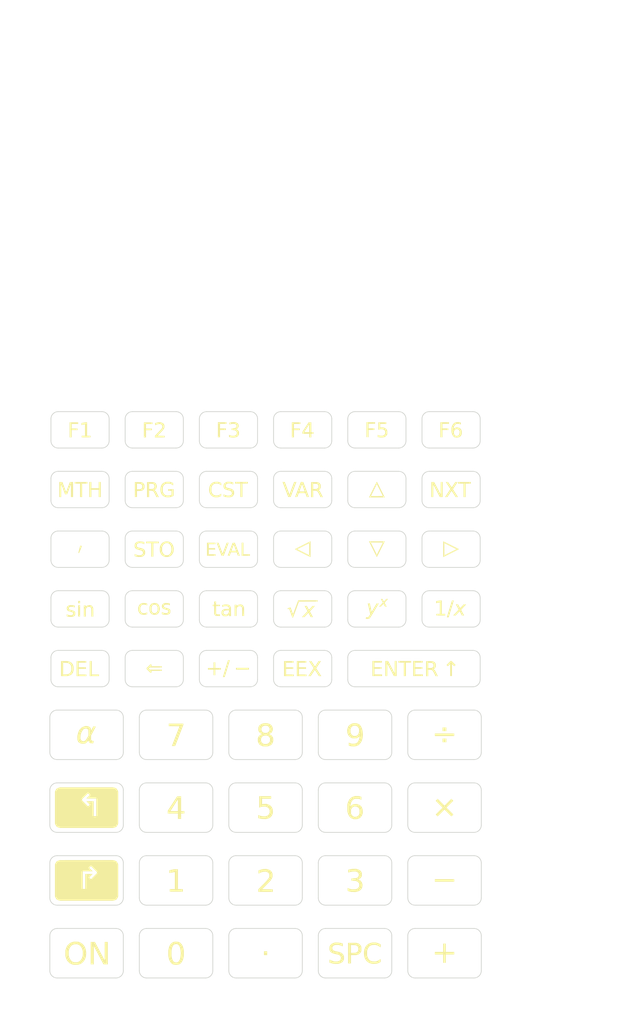
<source format=kicad_pcb>
(kicad_pcb (version 20241229) (generator "pcbnew") (generator_version "9.0")
  (layers (0 "F.Cu" signal) (2 "B.Cu" signal) (13 "F.Paste" user) (15 "B.Paste" user) (5 "F.SilkS" user "F.Silkscreen") (7 "B.SilkS" user "B.Silkscreen") (1 "F.Mask" user) (3 "B.Mask" user) (25 "Edge.Cuts" user))
  (net 0 "")
  (footprint "latex_text" (layer "F.Cu") (at 102 114)
    (property "Reference" "latex_text" (hide yes))
    (property "Value" "G***" (hide yes))
  )
  (footprint "latex_text" (layer "F.Cu") (at 81.6 130.4)
    (property "Reference" "latex_text" (hide yes))
    (property "Value" "G***" (hide yes))
  )
  (footprint "latex_text" (layer "F.Cu") (at 81.6 97.6)
    (property "Reference" "latex_text" (hide yes))
    (property "Value" "G***" (hide yes))
  )
  (footprint "latex_text" (layer "F.Cu") (at 102 97.6)
    (property "Reference" "latex_text" (hide yes))
    (property "Value" "G***" (hide yes))
  )
  (footprint "latex_text" (layer "F.Cu") (at 102 122.2)
    (property "Reference" "latex_text" (hide yes))
    (property "Value" "G***" (hide yes))
  )
  (footprint "latex_text" (layer "F.Cu") (at 64.2 169.5)
    (property "Reference" "latex_text" (hide yes))
    (property "Value" "G***" (hide yes))
  )
  (footprint "latex_text" (layer "F.Cu") (at 96.9 130.4)
    (property "Reference" "latex_text" (hide yes))
    (property "Value" "G***" (hide yes))
  )
  (footprint "latex_text" (layer "F.Cu") (at 51.9 139.5)
    (property "Reference" "latex_text" (hide yes))
    (property "Value" "G***" (hide yes))
  )
  (footprint "latex_text" (layer "F.Cu") (at 51 122.2)
    (property "Reference" "latex_text" (hide yes))
    (property "Value" "G***" (hide yes))
  )
  (footprint "latex_text" (layer "F.Cu") (at 61.2 105.8)
    (property "Reference" "latex_text" (hide yes))
    (property "Value" "G***" (hide yes))
  )
  (footprint "latex_text" (layer "F.Cu") (at 101.1 169.5)
    (property "Reference" "latex_text" (hide yes))
    (property "Value" "G***" (hide yes))
  )
  (footprint "latex_text" (layer "F.Cu") (at 71.4 105.8)
    (property "Reference" "latex_text" (hide yes))
    (property "Value" "G***" (hide yes))
  )
  (footprint "latex_text" (layer "F.Cu") (at 76.5 159.5)
    (property "Reference" "latex_text" (hide yes))
    (property "Value" "G***" (hide yes))
  )
  (footprint "latex_text" (layer "F.Cu") (at 64.2 139.5)
    (property "Reference" "latex_text" (hide yes))
    (property "Value" "G***" (hide yes))
  )
  (footprint "latex_text" (layer "F.Cu") (at 61.2 114)
    (property "Reference" "latex_text" (hide yes))
    (property "Value" "G***" (hide yes))
  )
  (footprint "latex_text" (layer "F.Cu") (at 61.2 97.6)
    (property "Reference" "latex_text" (hide yes))
    (property "Value" "G***" (hide yes))
  )
  (footprint "latex_text" (layer "F.Cu") (at 51.9 149.5)
    (property "Reference" "latex_text" (hide yes))
    (property "Value" "G***" (hide yes))
  )
  (footprint "latex_text" (layer "F.Cu") (at 91.8 105.8)
    (property "Reference" "latex_text" (hide yes))
    (property "Value" "G***" (hide yes))
  )
  (footprint "latex_text" (layer "F.Cu") (at 101.1 159.5)
    (property "Reference" "latex_text" (hide yes))
    (property "Value" "G***" (hide yes))
  )
  (footprint "latex_text" (layer "F.Cu") (at 71.4 122.2)
    (property "Reference" "latex_text" (hide yes))
    (property "Value" "G***" (hide yes))
  )
  (footprint "latex_text" (layer "F.Cu") (at 76.5 169.5)
    (property "Reference" "latex_text" (hide yes))
    (property "Value" "G***" (hide yes))
  )
  (footprint "latex_text" (layer "F.Cu") (at 88.8 159.5)
    (property "Reference" "latex_text" (hide yes))
    (property "Value" "G***" (hide yes))
  )
  (footprint "latex_text" (layer "F.Cu") (at 51.9 169.5)
    (property "Reference" "latex_text" (hide yes))
    (property "Value" "G***" (hide yes))
  )
  (footprint "latex_text" (layer "F.Cu") (at 101.1 149.5)
    (property "Reference" "latex_text" (hide yes))
    (property "Value" "G***" (hide yes))
  )
  (footprint "latex_text" (layer "F.Cu") (at 61.2 122.2)
    (property "Reference" "latex_text" (hide yes))
    (property "Value" "G***" (hide yes))
  )
  (footprint "latex_text" (layer "F.Cu") (at 88.8 139.5)
    (property "Reference" "latex_text" (hide yes))
    (property "Value" "G***" (hide yes))
  )
  (footprint "latex_text" (layer "F.Cu") (at 61.2 130.4)
    (property "Reference" "latex_text" (hide yes))
    (property "Value" "G***" (hide yes))
  )
  (footprint "latex_text" (layer "F.Cu") (at 51 105.8)
    (property "Reference" "latex_text" (hide yes))
    (property "Value" "G***" (hide yes))
  )
  (footprint "latex_text" (layer "F.Cu") (at 64.2 149.5)
    (property "Reference" "latex_text" (hide yes))
    (property "Value" "G***" (hide yes))
  )
  (footprint "latex_text" (layer "F.Cu") (at 91.8 97.6)
    (property "Reference" "latex_text" (hide yes))
    (property "Value" "G***" (hide yes))
  )
  (footprint "latex_text" (layer "F.Cu") (at 91.8 114)
    (property "Reference" "latex_text" (hide yes))
    (property "Value" "G***" (hide yes))
  )
  (footprint "latex_text" (layer "F.Cu") (at 88.8 149.5)
    (property "Reference" "latex_text" (hide yes))
    (property "Value" "G***" (hide yes))
  )
  (footprint "latex_text" (layer "F.Cu") (at 91.8 122.2)
    (property "Reference" "latex_text" (hide yes))
    (property "Value" "G***" (hide yes))
  )
  (footprint "latex_text" (layer "F.Cu") (at 81.6 105.8)
    (property "Reference" "latex_text" (hide yes))
    (property "Value" "G***" (hide yes))
  )
  (footprint "latex_text" (layer "F.Cu") (at 51 97.6)
    (property "Reference" "latex_text" (hide yes))
    (property "Value" "G***" (hide yes))
  )
  (footprint "latex_text" (layer "F.Cu") (at 51 130.4)
    (property "Reference" "latex_text" (hide yes))
    (property "Value" "G***" (hide yes))
  )
  (footprint "latex_text" (layer "F.Cu") (at 101.1 139.5)
    (property "Reference" "latex_text" (hide yes))
    (property "Value" "G***" (hide yes))
  )
  (footprint "latex_text" (layer "F.Cu") (at 51.9 159.5)
    (property "Reference" "latex_text" (hide yes))
    (property "Value" "G***" (hide yes))
  )
  (footprint "latex_text" (layer "F.Cu") (at 51 114)
    (property "Reference" "latex_text" (hide yes))
    (property "Value" "G***" (hide yes))
  )
  (footprint "latex_text" (layer "F.Cu") (at 64.2 159.5)
    (property "Reference" "latex_text" (hide yes))
    (property "Value" "G***" (hide yes))
  )
  (footprint "latex_text" (layer "F.Cu") (at 71.4 97.6)
    (property "Reference" "latex_text" (hide yes))
    (property "Value" "G***" (hide yes))
  )
  (footprint "latex_text" (layer "F.Cu") (at 71.4 114)
    (property "Reference" "latex_text" (hide yes))
    (property "Value" "G***" (hide yes))
  )
  (footprint "latex_text" (layer "F.Cu") (at 71.4 130.4)
    (property "Reference" "latex_text" (hide yes))
    (property "Value" "G***" (hide yes))
  )
  (footprint "latex_text" (layer "F.Cu") (at 76.5 149.5)
    (property "Reference" "latex_text" (hide yes))
    (property "Value" "G***" (hide yes))
  )
  (footprint "latex_text" (layer "F.Cu") (at 76.5 139.5)
    (property "Reference" "latex_text" (hide yes))
    (property "Value" "G***" (hide yes))
  )
  (footprint "latex_text" (layer "F.Cu") (at 81.6 114)
    (property "Reference" "latex_text" (hide yes))
    (property "Value" "G***" (hide yes))
  )
  (footprint "latex_text" (layer "F.Cu") (at 81.6 122.2)
    (property "Reference" "latex_text" (hide yes))
    (property "Value" "G***" (hide yes))
  )
  (footprint "latex_text" (layer "F.Cu") (at 88.8 169.5)
    (property "Reference" "latex_text" (hide yes))
    (property "Value" "G***" (hide yes))
  )
  (footprint "latex_text" (layer "F.Cu") (at 102 105.8)
    (property "Reference" "latex_text" (hide yes))
    (property "Value" "G***" (hide yes))
  )
  (gr_arc (start 105 103.3) (mid 105.707107 103.592893) (end 106 104.3) (stroke (width 0.1)) (layer "Edge.Cuts"))
  (gr_arc (start 83.75 137.1) (mid 84.042893 136.392893) (end 84.75 136.1) (stroke (width 0.1)) (layer "Edge.Cuts"))
  (gr_line (start 58.2 111.5) (end 64.2 111.5) (stroke (width 0.1)) (layer "Edge.Cuts"))
  (gr_arc (start 97.05 142.9) (mid 96.342893 142.607107) (end 96.05 141.9) (stroke (width 0.1)) (layer "Edge.Cuts"))
  (gr_arc (start 93.85 141.9) (mid 93.557107 142.607107) (end 92.85 142.9) (stroke (width 0.1)) (layer "Edge.Cuts"))
  (gr_arc (start 72.45 162.9) (mid 71.742893 162.607107) (end 71.45 161.9) (stroke (width 0.1)) (layer "Edge.Cuts"))
  (gr_line (start 80.55 142.9) (end 72.45 142.9) (stroke (width 0.1)) (layer "Edge.Cuts"))
  (gr_line (start 57.2 131.9) (end 57.2 128.9) (stroke (width 0.1)) (layer "Edge.Cuts"))
  (gr_line (start 68.25 142.9) (end 60.15 142.9) (stroke (width 0.1)) (layer "Edge.Cuts"))
  (gr_line (start 85.6 104.3) (end 85.6 107.3) (stroke (width 0.1)) (layer "Edge.Cuts"))
  (gr_line (start 96.05 141.9) (end 96.05 137.1) (stroke (width 0.1)) (layer "Edge.Cuts"))
  (gr_arc (start 106.15 141.9) (mid 105.857107 142.607107) (end 105.15 142.9) (stroke (width 0.1)) (layer "Edge.Cuts"))
  (gr_line (start 105.15 152.9) (end 97.05 152.9) (stroke (width 0.1)) (layer "Edge.Cuts"))
  (gr_arc (start 80.55 146.1) (mid 81.257107 146.392893) (end 81.55 147.1) (stroke (width 0.1)) (layer "Edge.Cuts"))
  (gr_arc (start 68.25 156.1) (mid 68.957107 156.392893) (end 69.25 157.1) (stroke (width 0.1)) (layer "Edge.Cuts"))
  (gr_line (start 106 96.1) (end 106 99.1) (stroke (width 0.1)) (layer "Edge.Cuts"))
  (gr_arc (start 64.2 111.5) (mid 64.907107 111.792893) (end 65.2 112.5) (stroke (width 0.1)) (layer "Edge.Cuts"))
  (gr_line (start 78.6 95.1) (end 84.6 95.1) (stroke (width 0.1)) (layer "Edge.Cuts"))
  (gr_arc (start 64.2 119.7) (mid 64.907107 119.992893) (end 65.2 120.7) (stroke (width 0.1)) (layer "Edge.Cuts"))
  (gr_line (start 96.05 171.9) (end 96.05 167.1) (stroke (width 0.1)) (layer "Edge.Cuts"))
  (gr_line (start 98 115.5) (end 98 112.5) (stroke (width 0.1)) (layer "Edge.Cuts"))
  (gr_arc (start 95.8 107.3) (mid 95.507107 108.007107) (end 94.8 108.3) (stroke (width 0.1)) (layer "Edge.Cuts"))
  (gr_line (start 78.6 119.7) (end 84.6 119.7) (stroke (width 0.1)) (layer "Edge.Cuts"))
  (gr_line (start 67.4 107.3) (end 67.4 104.3) (stroke (width 0.1)) (layer "Edge.Cuts"))
  (gr_arc (start 105 119.7) (mid 105.707107 119.992893) (end 106 120.7) (stroke (width 0.1)) (layer "Edge.Cuts"))
  (gr_arc (start 58.2 132.9) (mid 57.492893 132.607107) (end 57.2 131.9) (stroke (width 0.1)) (layer "Edge.Cuts"))
  (gr_line (start 60.15 166.1) (end 68.25 166.1) (stroke (width 0.1)) (layer "Edge.Cuts"))
  (gr_arc (start 72.45 142.9) (mid 71.742893 142.607107) (end 71.45 141.9) (stroke (width 0.1)) (layer "Edge.Cuts"))
  (gr_arc (start 99 108.3) (mid 98.292893 108.007107) (end 98 107.3) (stroke (width 0.1)) (layer "Edge.Cuts"))
  (gr_line (start 54 116.5) (end 48 116.5) (stroke (width 0.1)) (layer "Edge.Cuts"))
  (gr_line (start 84.6 132.9) (end 78.6 132.9) (stroke (width 0.1)) (layer "Edge.Cuts"))
  (gr_line (start 58.2 127.9) (end 64.2 127.9) (stroke (width 0.1)) (layer "Edge.Cuts"))
  (gr_arc (start 74.4 127.9) (mid 75.107107 128.192893) (end 75.4 128.9) (stroke (width 0.1)) (layer "Edge.Cuts"))
  (gr_arc (start 95.8 99.1) (mid 95.507107 99.807107) (end 94.8 100.1) (stroke (width 0.1)) (layer "Edge.Cuts"))
  (gr_arc (start 46.85 137.1) (mid 47.142893 136.392893) (end 47.85 136.1) (stroke (width 0.1)) (layer "Edge.Cuts"))
  (gr_arc (start 57.2 96.1) (mid 57.492893 95.392893) (end 58.2 95.1) (stroke (width 0.1)) (layer "Edge.Cuts"))
  (gr_arc (start 58.2 100.1) (mid 57.492893 99.807107) (end 57.2 99.1) (stroke (width 0.1)) (layer "Edge.Cuts"))
  (gr_line (start 46.85 171.9) (end 46.85 167.1) (stroke (width 0.1)) (layer "Edge.Cuts"))
  (gr_arc (start 84.75 162.9) (mid 84.042893 162.607107) (end 83.75 161.9) (stroke (width 0.1)) (layer "Edge.Cuts"))
  (gr_arc (start 59.15 137.1) (mid 59.442893 136.392893) (end 60.15 136.1) (stroke (width 0.1)) (layer "Edge.Cuts"))
  (gr_arc (start 47.85 152.9) (mid 47.142893 152.607107) (end 46.85 151.9) (stroke (width 0.1)) (layer "Edge.Cuts"))
  (gr_line (start 68.25 172.9) (end 60.15 172.9) (stroke (width 0.1)) (layer "Edge.Cuts"))
  (gr_line (start 55 128.9) (end 55 131.9) (stroke (width 0.1)) (layer "Edge.Cuts"))
  (gr_arc (start 57.2 104.3) (mid 57.492893 103.592893) (end 58.2 103.3) (stroke (width 0.1)) (layer "Edge.Cuts"))
  (gr_line (start 77.6 107.3) (end 77.6 104.3) (stroke (width 0.1)) (layer "Edge.Cuts"))
  (gr_arc (start 85.6 131.9) (mid 85.307107 132.607107) (end 84.6 132.9) (stroke (width 0.1)) (layer "Edge.Cuts"))
  (gr_line (start 84.6 108.3) (end 78.6 108.3) (stroke (width 0.1)) (layer "Edge.Cuts"))
  (gr_line (start 55 112.5) (end 55 115.5) (stroke (width 0.1)) (layer "Edge.Cuts"))
  (gr_arc (start 88.8 124.7) (mid 88.092893 124.407107) (end 87.8 123.7) (stroke (width 0.1)) (layer "Edge.Cuts"))
  (gr_line (start 54 108.3) (end 48 108.3) (stroke (width 0.1)) (layer "Edge.Cuts"))
  (gr_arc (start 94.8 95.1) (mid 95.507107 95.392893) (end 95.8 96.1) (stroke (width 0.1)) (layer "Edge.Cuts"))
  (gr_arc (start 55 123.7) (mid 54.707107 124.407107) (end 54 124.7) (stroke (width 0.1)) (layer "Edge.Cuts"))
  (gr_arc (start 59.15 157.1) (mid 59.442893 156.392893) (end 60.15 156.1) (stroke (width 0.1)) (layer "Edge.Cuts"))
  (gr_arc (start 60.15 172.9) (mid 59.442893 172.607107) (end 59.15 171.9) (stroke (width 0.1)) (layer "Edge.Cuts"))
  (gr_line (start 84.6 100.1) (end 78.6 100.1) (stroke (width 0.1)) (layer "Edge.Cuts"))
  (gr_arc (start 58.2 108.3) (mid 57.492893 108.007107) (end 57.2 107.3) (stroke (width 0.1)) (layer "Edge.Cuts"))
  (gr_line (start 96.05 161.9) (end 96.05 157.1) (stroke (width 0.1)) (layer "Edge.Cuts"))
  (gr_line (start 78.6 111.5) (end 84.6 111.5) (stroke (width 0.1)) (layer "Edge.Cuts"))
  (gr_line (start 47.85 146.1) (end 55.95 146.1) (stroke (width 0.1)) (layer "Edge.Cuts"))
  (gr_arc (start 56.95 171.9) (mid 56.657107 172.607107) (end 55.95 172.9) (stroke (width 0.1)) (layer "Edge.Cuts"))
  (gr_arc (start 59.15 147.1) (mid 59.442893 146.392893) (end 60.15 146.1) (stroke (width 0.1)) (layer "Edge.Cuts"))
  (gr_arc (start 106 115.5) (mid 105.707107 116.207107) (end 105 116.5) (stroke (width 0.1)) (layer "Edge.Cuts"))
  (gr_arc (start 94.8 103.3) (mid 95.507107 103.592893) (end 95.8 104.3) (stroke (width 0.1)) (layer "Edge.Cuts"))
  (gr_line (start 96.05 151.9) (end 96.05 147.1) (stroke (width 0.1)) (layer "Edge.Cuts"))
  (gr_arc (start 55 115.5) (mid 54.707107 116.207107) (end 54 116.5) (stroke (width 0.1)) (layer "Edge.Cuts"))
  (gr_arc (start 71.45 157.1) (mid 71.742893 156.392893) (end 72.45 156.1) (stroke (width 0.1)) (layer "Edge.Cuts"))
  (gr_arc (start 88.8 108.3) (mid 88.092893 108.007107) (end 87.8 107.3) (stroke (width 0.1)) (layer "Edge.Cuts"))
  (gr_line (start 88.8 111.5) (end 94.8 111.5) (stroke (width 0.1)) (layer "Edge.Cuts"))
  (gr_arc (start 87.8 112.5) (mid 88.092893 111.792893) (end 88.8 111.5) (stroke (width 0.1)) (layer "Edge.Cuts"))
  (gr_line (start 106.15 137.1) (end 106.15 141.9) (stroke (width 0.1)) (layer "Edge.Cuts"))
  (gr_arc (start 47.85 162.9) (mid 47.142893 162.607107) (end 46.85 161.9) (stroke (width 0.1)) (layer "Edge.Cuts"))
  (gr_line (start 105 124.7) (end 99 124.7) (stroke (width 0.1)) (layer "Edge.Cuts"))
  (gr_arc (start 48 116.5) (mid 47.292893 116.207107) (end 47 115.5) (stroke (width 0.1)) (layer "Edge.Cuts"))
  (gr_line (start 105.15 162.9) (end 97.05 162.9) (stroke (width 0.1)) (layer "Edge.Cuts"))
  (gr_arc (start 105 95.1) (mid 105.707107 95.392893) (end 106 96.1) (stroke (width 0.1)) (layer "Edge.Cuts"))
  (gr_line (start 47 131.9) (end 47 128.9) (stroke (width 0.1)) (layer "Edge.Cuts"))
  (gr_line (start 48 111.5) (end 54 111.5) (stroke (width 0.1)) (layer "Edge.Cuts"))
  (gr_arc (start 47.85 172.9) (mid 47.142893 172.607107) (end 46.85 171.9) (stroke (width 0.1)) (layer "Edge.Cuts"))
  (gr_line (start 67.4 99.1) (end 67.4 96.1) (stroke (width 0.1)) (layer "Edge.Cuts"))
  (gr_line (start 87.8 107.3) (end 87.8 104.3) (stroke (width 0.1)) (layer "Edge.Cuts"))
  (gr_line (start 48 103.3) (end 54 103.3) (stroke (width 0.1)) (layer "Edge.Cuts"))
  (gr_arc (start 105 127.9) (mid 105.707107 128.192893) (end 106 128.9) (stroke (width 0.1)) (layer "Edge.Cuts"))
  (gr_line (start 55 96.1) (end 55 99.1) (stroke (width 0.1)) (layer "Edge.Cuts"))
  (gr_arc (start 54 119.7) (mid 54.707107 119.992893) (end 55 120.7) (stroke (width 0.1)) (layer "Edge.Cuts"))
  (gr_line (start 47 123.7) (end 47 120.7) (stroke (width 0.1)) (layer "Edge.Cuts"))
  (gr_line (start 68.4 111.5) (end 74.4 111.5) (stroke (width 0.1)) (layer "Edge.Cuts"))
  (gr_arc (start 78.6 124.7) (mid 77.892893 124.407107) (end 77.6 123.7) (stroke (width 0.1)) (layer "Edge.Cuts"))
  (gr_line (start 69.25 137.1) (end 69.25 141.9) (stroke (width 0.1)) (layer "Edge.Cuts"))
  (gr_arc (start 83.75 157.1) (mid 84.042893 156.392893) (end 84.75 156.1) (stroke (width 0.1)) (layer "Edge.Cuts"))
  (gr_line (start 81.55 137.1) (end 81.55 141.9) (stroke (width 0.1)) (layer "Edge.Cuts"))
  (gr_line (start 57.2 99.1) (end 57.2 96.1) (stroke (width 0.1)) (layer "Edge.Cuts"))
  (gr_line (start 75.4 104.3) (end 75.4 107.3) (stroke (width 0.1)) (layer "Edge.Cuts"))
  (gr_arc (start 55 107.3) (mid 54.707107 108.007107) (end 54 108.3) (stroke (width 0.1)) (layer "Edge.Cuts"))
  (gr_arc (start 106.15 171.9) (mid 105.857107 172.607107) (end 105.15 172.9) (stroke (width 0.1)) (layer "Edge.Cuts"))
  (gr_arc (start 93.85 151.9) (mid 93.557107 152.607107) (end 92.85 152.9) (stroke (width 0.1)) (layer "Edge.Cuts"))
  (gr_line (start 99 95.1) (end 105 95.1) (stroke (width 0.1)) (layer "Edge.Cuts"))
  (gr_line (start 92.85 152.9) (end 84.75 152.9) (stroke (width 0.1)) (layer "Edge.Cuts"))
  (gr_line (start 105.15 172.9) (end 97.05 172.9) (stroke (width 0.1)) (layer "Edge.Cuts"))
  (gr_line (start 56.95 137.1) (end 56.95 141.9) (stroke (width 0.1)) (layer "Edge.Cuts"))
  (gr_line (start 69.25 157.1) (end 69.25 161.9) (stroke (width 0.1)) (layer "Edge.Cuts"))
  (gr_arc (start 68.4 124.7) (mid 67.692893 124.407107) (end 67.4 123.7) (stroke (width 0.1)) (layer "Edge.Cuts"))
  (gr_line (start 83.75 141.9) (end 83.75 137.1) (stroke (width 0.1)) (layer "Edge.Cuts"))
  (gr_arc (start 78.6 108.3) (mid 77.892893 108.007107) (end 77.6 107.3) (stroke (width 0.1)) (layer "Edge.Cuts"))
  (gr_line (start 106 128.9) (end 106 131.9) (stroke (width 0.1)) (layer "Edge.Cuts"))
  (gr_arc (start 65.2 115.5) (mid 64.907107 116.207107) (end 64.2 116.5) (stroke (width 0.1)) (layer "Edge.Cuts"))
  (gr_line (start 65.2 128.9) (end 65.2 131.9) (stroke (width 0.1)) (layer "Edge.Cuts"))
  (gr_arc (start 88.8 100.1) (mid 88.092893 99.807107) (end 87.8 99.1) (stroke (width 0.1)) (layer "Edge.Cuts"))
  (gr_arc (start 96.05 137.1) (mid 96.342893 136.392893) (end 97.05 136.1) (stroke (width 0.1)) (layer "Edge.Cuts"))
  (gr_line (start 68.4 127.9) (end 74.4 127.9) (stroke (width 0.1)) (layer "Edge.Cuts"))
  (gr_arc (start 54 127.9) (mid 54.707107 128.192893) (end 55 128.9) (stroke (width 0.1)) (layer "Edge.Cuts"))
  (gr_arc (start 92.85 136.1) (mid 93.557107 136.392893) (end 93.85 137.1) (stroke (width 0.1)) (layer "Edge.Cuts"))
  (gr_arc (start 65.2 131.9) (mid 64.907107 132.607107) (end 64.2 132.9) (stroke (width 0.1)) (layer "Edge.Cuts"))
  (gr_arc (start 99 124.7) (mid 98.292893 124.407107) (end 98 123.7) (stroke (width 0.1)) (layer "Edge.Cuts"))
  (gr_line (start 47 99.1) (end 47 96.1) (stroke (width 0.1)) (layer "Edge.Cuts"))
  (gr_arc (start 75.4 107.3) (mid 75.107107 108.007107) (end 74.4 108.3) (stroke (width 0.1)) (layer "Edge.Cuts"))
  (gr_arc (start 47 96.1) (mid 47.292893 95.392893) (end 48 95.1) (stroke (width 0.1)) (layer "Edge.Cuts"))
  (gr_arc (start 46.85 157.1) (mid 47.142893 156.392893) (end 47.85 156.1) (stroke (width 0.1)) (layer "Edge.Cuts"))
  (gr_line (start 74.4 116.5) (end 68.4 116.5) (stroke (width 0.1)) (layer "Edge.Cuts"))
  (gr_arc (start 95.8 115.5) (mid 95.507107 116.207107) (end 94.8 116.5) (stroke (width 0.1)) (layer "Edge.Cuts"))
  (gr_line (start 59.15 171.9) (end 59.15 167.1) (stroke (width 0.1)) (layer "Edge.Cuts"))
  (gr_arc (start 105.15 136.1) (mid 105.857107 136.392893) (end 106.15 137.1) (stroke (width 0.1)) (layer "Edge.Cuts"))
  (gr_arc (start 88.8 116.5) (mid 88.092893 116.207107) (end 87.8 115.5) (stroke (width 0.1)) (layer "Edge.Cuts"))
  (gr_arc (start 96.05 167.1) (mid 96.342893 166.392893) (end 97.05 166.1) (stroke (width 0.1)) (layer "Edge.Cuts"))
  (gr_arc (start 80.55 136.1) (mid 81.257107 136.392893) (end 81.55 137.1) (stroke (width 0.1)) (layer "Edge.Cuts"))
  (gr_line (start 94.8 116.5) (end 88.8 116.5) (stroke (width 0.1)) (layer "Edge.Cuts"))
  (gr_arc (start 81.55 141.9) (mid 81.257107 142.607107) (end 80.55 142.9) (stroke (width 0.1)) (layer "Edge.Cuts"))
  (gr_arc (start 98 104.3) (mid 98.292893 103.592893) (end 99 103.3) (stroke (width 0.1)) (layer "Edge.Cuts"))
  (gr_line (start 68.4 103.3) (end 74.4 103.3) (stroke (width 0.1)) (layer "Edge.Cuts"))
  (gr_line (start 59.15 141.9) (end 59.15 137.1) (stroke (width 0.1)) (layer "Edge.Cuts"))
  (gr_arc (start 87.8 96.1) (mid 88.092893 95.392893) (end 88.8 95.1) (stroke (width 0.1)) (layer "Edge.Cuts"))
  (gr_line (start 80.55 152.9) (end 72.45 152.9) (stroke (width 0.1)) (layer "Edge.Cuts"))
  (gr_arc (start 56.95 141.9) (mid 56.657107 142.607107) (end 55.95 142.9) (stroke (width 0.1)) (layer "Edge.Cuts"))
  (gr_line (start 105.15 142.9) (end 97.05 142.9) (stroke (width 0.1)) (layer "Edge.Cuts"))
  (gr_line (start 58.2 103.3) (end 64.2 103.3) (stroke (width 0.1)) (layer "Edge.Cuts"))
  (gr_line (start 47 115.5) (end 47 112.5) (stroke (width 0.1)) (layer "Edge.Cuts"))
  (gr_arc (start 78.6 132.9) (mid 77.892893 132.607107) (end 77.6 131.9) (stroke (width 0.1)) (layer "Edge.Cuts"))
  (gr_line (start 46.85 141.9) (end 46.85 137.1) (stroke (width 0.1)) (layer "Edge.Cuts"))
  (gr_arc (start 83.75 167.1) (mid 84.042893 166.392893) (end 84.75 166.1) (stroke (width 0.1)) (layer "Edge.Cuts"))
  (gr_line (start 64.2 124.7) (end 58.2 124.7) (stroke (width 0.1)) (layer "Edge.Cuts"))
  (gr_line (start 78.6 127.9) (end 84.6 127.9) (stroke (width 0.1)) (layer "Edge.Cuts"))
  (gr_arc (start 85.6 99.1) (mid 85.307107 99.807107) (end 84.6 100.1) (stroke (width 0.1)) (layer "Edge.Cuts"))
  (gr_arc (start 55 99.1) (mid 54.707107 99.807107) (end 54 100.1) (stroke (width 0.1)) (layer "Edge.Cuts"))
  (gr_arc (start 84.75 142.9) (mid 84.042893 142.607107) (end 83.75 141.9) (stroke (width 0.1)) (layer "Edge.Cuts"))
  (gr_line (start 68.4 119.7) (end 74.4 119.7) (stroke (width 0.1)) (layer "Edge.Cuts"))
  (gr_line (start 72.45 146.1) (end 80.55 146.1) (stroke (width 0.1)) (layer "Edge.Cuts"))
  (gr_arc (start 68.4 132.9) (mid 67.692893 132.607107) (end 67.4 131.9) (stroke (width 0.1)) (layer "Edge.Cuts"))
  (gr_arc (start 78.6 116.5) (mid 77.892893 116.207107) (end 77.6 115.5) (stroke (width 0.1)) (layer "Edge.Cuts"))
  (gr_arc (start 85.6 107.3) (mid 85.307107 108.007107) (end 84.6 108.3) (stroke (width 0.1)) (layer "Edge.Cuts"))
  (gr_arc (start 106 107.3) (mid 105.707107 108.007107) (end 105 108.3) (stroke (width 0.1)) (layer "Edge.Cuts"))
  (gr_line (start 80.55 162.9) (end 72.45 162.9) (stroke (width 0.1)) (layer "Edge.Cuts"))
  (gr_line (start 85.6 96.1) (end 85.6 99.1) (stroke (width 0.1)) (layer "Edge.Cuts"))
  (gr_line (start 77.6 131.9) (end 77.6 128.9) (stroke (width 0.1)) (layer "Edge.Cuts"))
  (gr_line (start 65.2 120.7) (end 65.2 123.7) (stroke (width 0.1)) (layer "Edge.Cuts"))
  (gr_line (start 47.85 156.1) (end 55.95 156.1) (stroke (width 0.1)) (layer "Edge.Cuts"))
  (gr_arc (start 84.75 152.9) (mid 84.042893 152.607107) (end 83.75 151.9) (stroke (width 0.1)) (layer "Edge.Cuts"))
  (gr_line (start 55.95 162.9) (end 47.85 162.9) (stroke (width 0.1)) (layer "Edge.Cuts"))
  (gr_line (start 74.4 108.3) (end 68.4 108.3) (stroke (width 0.1)) (layer "Edge.Cuts"))
  (gr_line (start 80.55 172.9) (end 72.45 172.9) (stroke (width 0.1)) (layer "Edge.Cuts"))
  (gr_arc (start 81.55 151.9) (mid 81.257107 152.607107) (end 80.55 152.9) (stroke (width 0.1)) (layer "Edge.Cuts"))
  (gr_line (start 93.85 167.1) (end 93.85 171.9) (stroke (width 0.1)) (layer "Edge.Cuts"))
  (gr_line (start 105 100.1) (end 99 100.1) (stroke (width 0.1)) (layer "Edge.Cuts"))
  (gr_arc (start 75.4 123.7) (mid 75.107107 124.407107) (end 74.4 124.7) (stroke (width 0.1)) (layer "Edge.Cuts"))
  (gr_line (start 55.95 172.9) (end 47.85 172.9) (stroke (width 0.1)) (layer "Edge.Cuts"))
  (gr_arc (start 94.8 111.5) (mid 95.507107 111.792893) (end 95.8 112.5) (stroke (width 0.1)) (layer "Edge.Cuts"))
  (gr_arc (start 84.6 119.7) (mid 85.307107 119.992893) (end 85.6 120.7) (stroke (width 0.1)) (layer "Edge.Cuts"))
  (gr_line (start 54 132.9) (end 48 132.9) (stroke (width 0.1)) (layer "Edge.Cuts"))
  (gr_line (start 71.45 151.9) (end 71.45 147.1) (stroke (width 0.1)) (layer "Edge.Cuts"))
  (gr_arc (start 71.45 167.1) (mid 71.742893 166.392893) (end 72.45 166.1) (stroke (width 0.1)) (layer "Edge.Cuts"))
  (gr_line (start 59.15 161.9) (end 59.15 157.1) (stroke (width 0.1)) (layer "Edge.Cuts"))
  (gr_line (start 83.75 171.9) (end 83.75 167.1) (stroke (width 0.1)) (layer "Edge.Cuts"))
  (gr_arc (start 57.2 128.9) (mid 57.492893 128.192893) (end 58.2 127.9) (stroke (width 0.1)) (layer "Edge.Cuts"))
  (gr_arc (start 48 100.1) (mid 47.292893 99.807107) (end 47 99.1) (stroke (width 0.1)) (layer "Edge.Cuts"))
  (gr_line (start 65.2 96.1) (end 65.2 99.1) (stroke (width 0.1)) (layer "Edge.Cuts"))
  (gr_arc (start 72.45 152.9) (mid 71.742893 152.607107) (end 71.45 151.9) (stroke (width 0.1)) (layer "Edge.Cuts"))
  (gr_arc (start 59.15 167.1) (mid 59.442893 166.392893) (end 60.15 166.1) (stroke (width 0.1)) (layer "Edge.Cuts"))
  (gr_line (start 98 99.1) (end 98 96.1) (stroke (width 0.1)) (layer "Edge.Cuts"))
  (gr_line (start 94.8 124.7) (end 88.8 124.7) (stroke (width 0.1)) (layer "Edge.Cuts"))
  (gr_arc (start 74.4 119.7) (mid 75.107107 119.992893) (end 75.4 120.7) (stroke (width 0.1)) (layer "Edge.Cuts"))
  (gr_arc (start 106 131.9) (mid 105.707107 132.607107) (end 105 132.9) (stroke (width 0.1)) (layer "Edge.Cuts"))
  (gr_line (start 48 127.9) (end 54 127.9) (stroke (width 0.1)) (layer "Edge.Cuts"))
  (gr_arc (start 65.2 107.3) (mid 64.907107 108.007107) (end 64.2 108.3) (stroke (width 0.1)) (layer "Edge.Cuts"))
  (gr_line (start 93.85 157.1) (end 93.85 161.9) (stroke (width 0.1)) (layer "Edge.Cuts"))
  (gr_arc (start 58.2 116.5) (mid 57.492893 116.207107) (end 57.2 115.5) (stroke (width 0.1)) (layer "Edge.Cuts"))
  (gr_line (start 69.25 167.1) (end 69.25 171.9) (stroke (width 0.1)) (layer "Edge.Cuts"))
  (gr_arc (start 81.55 161.9) (mid 81.257107 162.607107) (end 80.55 162.9) (stroke (width 0.1)) (layer "Edge.Cuts"))
  (gr_line (start 65.2 104.3) (end 65.2 107.3) (stroke (width 0.1)) (layer "Edge.Cuts"))
  (gr_arc (start 46.85 167.1) (mid 47.142893 166.392893) (end 47.85 166.1) (stroke (width 0.1)) (layer "Edge.Cuts"))
  (gr_line (start 64.2 108.3) (end 58.2 108.3) (stroke (width 0.1)) (layer "Edge.Cuts"))
  (gr_arc (start 46.85 147.1) (mid 47.142893 146.392893) (end 47.85 146.1) (stroke (width 0.1)) (layer "Edge.Cuts"))
  (gr_line (start 78.6 103.3) (end 84.6 103.3) (stroke (width 0.1)) (layer "Edge.Cuts"))
  (gr_line (start 99 103.3) (end 105 103.3) (stroke (width 0.1)) (layer "Edge.Cuts"))
  (gr_line (start 46.85 151.9) (end 46.85 147.1) (stroke (width 0.1)) (layer "Edge.Cuts"))
  (gr_arc (start 68.25 166.1) (mid 68.957107 166.392893) (end 69.25 167.1) (stroke (width 0.1)) (layer "Edge.Cuts"))
  (gr_arc (start 77.6 96.1) (mid 77.892893 95.392893) (end 78.6 95.1) (stroke (width 0.1)) (layer "Edge.Cuts"))
  (gr_arc (start 67.4 104.3) (mid 67.692893 103.592893) (end 68.4 103.3) (stroke (width 0.1)) (layer "Edge.Cuts"))
  (gr_arc (start 69.25 161.9) (mid 68.957107 162.607107) (end 68.25 162.9) (stroke (width 0.1)) (layer "Edge.Cuts"))
  (gr_arc (start 98 120.7) (mid 98.292893 119.992893) (end 99 119.7) (stroke (width 0.1)) (layer "Edge.Cuts"))
  (gr_line (start 75.4 120.7) (end 75.4 123.7) (stroke (width 0.1)) (layer "Edge.Cuts"))
  (gr_arc (start 67.4 96.1) (mid 67.692893 95.392893) (end 68.4 95.1) (stroke (width 0.1)) (layer "Edge.Cuts"))
  (gr_arc (start 69.25 151.9) (mid 68.957107 152.607107) (end 68.25 152.9) (stroke (width 0.1)) (layer "Edge.Cuts"))
  (gr_line (start 69.25 147.1) (end 69.25 151.9) (stroke (width 0.1)) (layer "Edge.Cuts"))
  (gr_line (start 106.15 157.1) (end 106.15 161.9) (stroke (width 0.1)) (layer "Edge.Cuts"))
  (gr_arc (start 65.2 99.1) (mid 64.907107 99.807107) (end 64.2 100.1) (stroke (width 0.1)) (layer "Edge.Cuts"))
  (gr_arc (start 47 104.3) (mid 47.292893 103.592893) (end 48 103.3) (stroke (width 0.1)) (layer "Edge.Cuts"))
  (gr_arc (start 64.2 103.3) (mid 64.907107 103.592893) (end 65.2 104.3) (stroke (width 0.1)) (layer "Edge.Cuts"))
  (gr_arc (start 81.55 171.9) (mid 81.257107 172.607107) (end 80.55 172.9) (stroke (width 0.1)) (layer "Edge.Cuts"))
  (gr_line (start 97.05 136.1) (end 105.15 136.1) (stroke (width 0.1)) (layer "Edge.Cuts"))
  (gr_arc (start 85.6 123.7) (mid 85.307107 124.407107) (end 84.6 124.7) (stroke (width 0.1)) (layer "Edge.Cuts"))
  (gr_arc (start 56.95 161.9) (mid 56.657107 162.607107) (end 55.95 162.9) (stroke (width 0.1)) (layer "Edge.Cuts"))
  (gr_arc (start 58.2 124.7) (mid 57.492893 124.407107) (end 57.2 123.7) (stroke (width 0.1)) (layer "Edge.Cuts"))
  (gr_line (start 84.6 116.5) (end 78.6 116.5) (stroke (width 0.1)) (layer "Edge.Cuts"))
  (gr_arc (start 77.6 104.3) (mid 77.892893 103.592893) (end 78.6 103.3) (stroke (width 0.1)) (layer "Edge.Cuts"))
  (gr_line (start 97.05 166.1) (end 105.15 166.1) (stroke (width 0.1)) (layer "Edge.Cuts"))
  (gr_arc (start 75.4 131.9) (mid 75.107107 132.607107) (end 74.4 132.9) (stroke (width 0.1)) (layer "Edge.Cuts"))
  (gr_arc (start 93.85 161.9) (mid 93.557107 162.607107) (end 92.85 162.9) (stroke (width 0.1)) (layer "Edge.Cuts"))
  (gr_line (start 106 120.7) (end 106 123.7) (stroke (width 0.1)) (layer "Edge.Cuts"))
  (gr_line (start 55.95 142.9) (end 47.85 142.9) (stroke (width 0.1)) (layer "Edge.Cuts"))
  (gr_line (start 84.75 146.1) (end 92.85 146.1) (stroke (width 0.1)) (layer "Edge.Cuts"))
  (gr_line (start 98 107.3) (end 98 104.3) (stroke (width 0.1)) (layer "Edge.Cuts"))
  (gr_arc (start 54 95.1) (mid 54.707107 95.392893) (end 55 96.1) (stroke (width 0.1)) (layer "Edge.Cuts"))
  (gr_line (start 60.15 146.1) (end 68.25 146.1) (stroke (width 0.1)) (layer "Edge.Cuts"))
  (gr_line (start 72.45 136.1) (end 80.55 136.1) (stroke (width 0.1)) (layer "Edge.Cuts"))
  (gr_arc (start 106.15 161.9) (mid 105.857107 162.607107) (end 105.15 162.9) (stroke (width 0.1)) (layer "Edge.Cuts"))
  (gr_arc (start 48 108.3) (mid 47.292893 108.007107) (end 47 107.3) (stroke (width 0.1)) (layer "Edge.Cuts"))
  (gr_line (start 64.2 116.5) (end 58.2 116.5) (stroke (width 0.1)) (layer "Edge.Cuts"))
  (gr_line (start 77.6 115.5) (end 77.6 112.5) (stroke (width 0.1)) (layer "Edge.Cuts"))
  (gr_arc (start 84.6 103.3) (mid 85.307107 103.592893) (end 85.6 104.3) (stroke (width 0.1)) (layer "Edge.Cuts"))
  (gr_arc (start 48 132.9) (mid 47.292893 132.607107) (end 47 131.9) (stroke (width 0.1)) (layer "Edge.Cuts"))
  (gr_line (start 105 132.9) (end 88.8 132.9) (stroke (width 0.1)) (layer "Edge.Cuts"))
  (gr_line (start 56.95 147.1) (end 56.95 151.9) (stroke (width 0.1)) (layer "Edge.Cuts"))
  (gr_arc (start 55.95 136.1) (mid 56.657107 136.392893) (end 56.95 137.1) (stroke (width 0.1)) (layer "Edge.Cuts"))
  (gr_line (start 68.25 152.9) (end 60.15 152.9) (stroke (width 0.1)) (layer "Edge.Cuts"))
  (gr_line (start 71.45 171.9) (end 71.45 167.1) (stroke (width 0.1)) (layer "Edge.Cuts"))
  (gr_arc (start 55.95 146.1) (mid 56.657107 146.392893) (end 56.95 147.1) (stroke (width 0.1)) (layer "Edge.Cuts"))
  (gr_arc (start 87.8 120.7) (mid 88.092893 119.992893) (end 88.8 119.7) (stroke (width 0.1)) (layer "Edge.Cuts"))
  (gr_arc (start 54 111.5) (mid 54.707107 111.792893) (end 55 112.5) (stroke (width 0.1)) (layer "Edge.Cuts"))
  (gr_arc (start 92.85 156.1) (mid 93.557107 156.392893) (end 93.85 157.1) (stroke (width 0.1)) (layer "Edge.Cuts"))
  (gr_arc (start 80.55 166.1) (mid 81.257107 166.392893) (end 81.55 167.1) (stroke (width 0.1)) (layer "Edge.Cuts"))
  (gr_arc (start 68.4 108.3) (mid 67.692893 108.007107) (end 67.4 107.3) (stroke (width 0.1)) (layer "Edge.Cuts"))
  (gr_line (start 87.8 99.1) (end 87.8 96.1) (stroke (width 0.1)) (layer "Edge.Cuts"))
  (gr_arc (start 92.85 166.1) (mid 93.557107 166.392893) (end 93.85 167.1) (stroke (width 0.1)) (layer "Edge.Cuts"))
  (gr_arc (start 67.4 128.9) (mid 67.692893 128.192893) (end 68.4 127.9) (stroke (width 0.1)) (layer "Edge.Cuts"))
  (gr_arc (start 97.05 172.9) (mid 96.342893 172.607107) (end 96.05 171.9) (stroke (width 0.1)) (layer "Edge.Cuts"))
  (gr_arc (start 85.6 115.5) (mid 85.307107 116.207107) (end 84.6 116.5) (stroke (width 0.1)) (layer "Edge.Cuts"))
  (gr_line (start 75.4 96.1) (end 75.4 99.1) (stroke (width 0.1)) (layer "Edge.Cuts"))
  (gr_line (start 95.8 112.5) (end 95.8 115.5) (stroke (width 0.1)) (layer "Edge.Cuts"))
  (gr_arc (start 87.8 104.3) (mid 88.092893 103.592893) (end 88.8 103.3) (stroke (width 0.1)) (layer "Edge.Cuts"))
  (gr_line (start 68.25 162.9) (end 60.15 162.9) (stroke (width 0.1)) (layer "Edge.Cuts"))
  (gr_arc (start 71.45 147.1) (mid 71.742893 146.392893) (end 72.45 146.1) (stroke (width 0.1)) (layer "Edge.Cuts"))
  (gr_arc (start 105.15 156.1) (mid 105.857107 156.392893) (end 106.15 157.1) (stroke (width 0.1)) (layer "Edge.Cuts"))
  (gr_line (start 67.4 115.5) (end 67.4 112.5) (stroke (width 0.1)) (layer "Edge.Cuts"))
  (gr_line (start 81.55 167.1) (end 81.55 171.9) (stroke (width 0.1)) (layer "Edge.Cuts"))
  (gr_arc (start 97.05 152.9) (mid 96.342893 152.607107) (end 96.05 151.9) (stroke (width 0.1)) (layer "Edge.Cuts"))
  (gr_arc (start 74.4 111.5) (mid 75.107107 111.792893) (end 75.4 112.5) (stroke (width 0.1)) (layer "Edge.Cuts"))
  (gr_arc (start 47 128.9) (mid 47.292893 128.192893) (end 48 127.9) (stroke (width 0.1)) (layer "Edge.Cuts"))
  (gr_arc (start 69.25 141.9) (mid 68.957107 142.607107) (end 68.25 142.9) (stroke (width 0.1)) (layer "Edge.Cuts"))
  (gr_arc (start 105.15 166.1) (mid 105.857107 166.392893) (end 106.15 167.1) (stroke (width 0.1)) (layer "Edge.Cuts"))
  (gr_arc (start 106.15 151.9) (mid 105.857107 152.607107) (end 105.15 152.9) (stroke (width 0.1)) (layer "Edge.Cuts"))
  (gr_line (start 94.8 108.3) (end 88.8 108.3) (stroke (width 0.1)) (layer "Edge.Cuts"))
  (gr_line (start 58.2 95.1) (end 64.2 95.1) (stroke (width 0.1)) (layer "Edge.Cuts"))
  (gr_line (start 99 111.5) (end 105 111.5) (stroke (width 0.1)) (layer "Edge.Cuts"))
  (gr_line (start 58.2 119.7) (end 64.2 119.7) (stroke (width 0.1)) (layer "Edge.Cuts"))
  (gr_arc (start 95.8 123.7) (mid 95.507107 124.407107) (end 94.8 124.7) (stroke (width 0.1)) (layer "Edge.Cuts"))
  (gr_line (start 57.2 123.7) (end 57.2 120.7) (stroke (width 0.1)) (layer "Edge.Cuts"))
  (gr_line (start 95.8 104.3) (end 95.8 107.3) (stroke (width 0.1)) (layer "Edge.Cuts"))
  (gr_line (start 74.4 124.7) (end 68.4 124.7) (stroke (width 0.1)) (layer "Edge.Cuts"))
  (gr_arc (start 97.05 162.9) (mid 96.342893 162.607107) (end 96.05 161.9) (stroke (width 0.1)) (layer "Edge.Cuts"))
  (gr_line (start 92.85 142.9) (end 84.75 142.9) (stroke (width 0.1)) (layer "Edge.Cuts"))
  (gr_arc (start 69.25 171.9) (mid 68.957107 172.607107) (end 68.25 172.9) (stroke (width 0.1)) (layer "Edge.Cuts"))
  (gr_line (start 56.95 157.1) (end 56.95 161.9) (stroke (width 0.1)) (layer "Edge.Cuts"))
  (gr_arc (start 98 96.1) (mid 98.292893 95.392893) (end 99 95.1) (stroke (width 0.1)) (layer "Edge.Cuts"))
  (gr_line (start 47.85 166.1) (end 55.95 166.1) (stroke (width 0.1)) (layer "Edge.Cuts"))
  (gr_line (start 74.4 132.9) (end 68.4 132.9) (stroke (width 0.1)) (layer "Edge.Cuts"))
  (gr_line (start 87.8 115.5) (end 87.8 112.5) (stroke (width 0.1)) (layer "Edge.Cuts"))
  (gr_line (start 64.2 132.9) (end 58.2 132.9) (stroke (width 0.1)) (layer "Edge.Cuts"))
  (gr_arc (start 96.05 147.1) (mid 96.342893 146.392893) (end 97.05 146.1) (stroke (width 0.1)) (layer "Edge.Cuts"))
  (gr_line (start 105 108.3) (end 99 108.3) (stroke (width 0.1)) (layer "Edge.Cuts"))
  (gr_line (start 98 123.7) (end 98 120.7) (stroke (width 0.1)) (layer "Edge.Cuts"))
  (gr_line (start 72.45 156.1) (end 80.55 156.1) (stroke (width 0.1)) (layer "Edge.Cuts"))
  (gr_arc (start 77.6 120.7) (mid 77.892893 119.992893) (end 78.6 119.7) (stroke (width 0.1)) (layer "Edge.Cuts"))
  (gr_line (start 85.6 112.5) (end 85.6 115.5) (stroke (width 0.1)) (layer "Edge.Cuts"))
  (gr_arc (start 105 111.5) (mid 105.707107 111.792893) (end 106 112.5) (stroke (width 0.1)) (layer "Edge.Cuts"))
  (gr_line (start 88.8 127.9) (end 105 127.9) (stroke (width 0.1)) (layer "Edge.Cuts"))
  (gr_arc (start 84.6 95.1) (mid 85.307107 95.392893) (end 85.6 96.1) (stroke (width 0.1)) (layer "Edge.Cuts"))
  (gr_arc (start 60.15 142.9) (mid 59.442893 142.607107) (end 59.15 141.9) (stroke (width 0.1)) (layer "Edge.Cuts"))
  (gr_arc (start 47 120.7) (mid 47.292893 119.992893) (end 48 119.7) (stroke (width 0.1)) (layer "Edge.Cuts"))
  (gr_arc (start 105.15 146.1) (mid 105.857107 146.392893) (end 106.15 147.1) (stroke (width 0.1)) (layer "Edge.Cuts"))
  (gr_line (start 57.2 115.5) (end 57.2 112.5) (stroke (width 0.1)) (layer "Edge.Cuts"))
  (gr_arc (start 68.4 116.5) (mid 67.692893 116.207107) (end 67.4 115.5) (stroke (width 0.1)) (layer "Edge.Cuts"))
  (gr_arc (start 60.15 152.9) (mid 59.442893 152.607107) (end 59.15 151.9) (stroke (width 0.1)) (layer "Edge.Cuts"))
  (gr_arc (start 92.85 146.1) (mid 93.557107 146.392893) (end 93.85 147.1) (stroke (width 0.1)) (layer "Edge.Cuts"))
  (gr_line (start 67.4 131.9) (end 67.4 128.9) (stroke (width 0.1)) (layer "Edge.Cuts"))
  (gr_arc (start 68.25 136.1) (mid 68.957107 136.392893) (end 69.25 137.1) (stroke (width 0.1)) (layer "Edge.Cuts"))
  (gr_line (start 77.6 99.1) (end 77.6 96.1) (stroke (width 0.1)) (layer "Edge.Cuts"))
  (gr_line (start 75.4 128.9) (end 75.4 131.9) (stroke (width 0.1)) (layer "Edge.Cuts"))
  (gr_line (start 97.05 146.1) (end 105.15 146.1) (stroke (width 0.1)) (layer "Edge.Cuts"))
  (gr_line (start 71.45 141.9) (end 71.45 137.1) (stroke (width 0.1)) (layer "Edge.Cuts"))
  (gr_arc (start 84.75 172.9) (mid 84.042893 172.607107) (end 83.75 171.9) (stroke (width 0.1)) (layer "Edge.Cuts"))
  (gr_line (start 59.15 151.9) (end 59.15 147.1) (stroke (width 0.1)) (layer "Edge.Cuts"))
  (gr_arc (start 67.4 120.7) (mid 67.692893 119.992893) (end 68.4 119.7) (stroke (width 0.1)) (layer "Edge.Cuts"))
  (gr_line (start 83.75 151.9) (end 83.75 147.1) (stroke (width 0.1)) (layer "Edge.Cuts"))
  (gr_arc (start 68.25 146.1) (mid 68.957107 146.392893) (end 69.25 147.1) (stroke (width 0.1)) (layer "Edge.Cuts"))
  (gr_arc (start 78.6 100.1) (mid 77.892893 99.807107) (end 77.6 99.1) (stroke (width 0.1)) (layer "Edge.Cuts"))
  (gr_line (start 93.85 147.1) (end 93.85 151.9) (stroke (width 0.1)) (layer "Edge.Cuts"))
  (gr_line (start 106.15 147.1) (end 106.15 151.9) (stroke (width 0.1)) (layer "Edge.Cuts"))
  (gr_arc (start 106 99.1) (mid 105.707107 99.807107) (end 105 100.1) (stroke (width 0.1)) (layer "Edge.Cuts"))
  (gr_line (start 74.4 100.1) (end 68.4 100.1) (stroke (width 0.1)) (layer "Edge.Cuts"))
  (gr_line (start 75.4 112.5) (end 75.4 115.5) (stroke (width 0.1)) (layer "Edge.Cuts"))
  (gr_line (start 84.6 124.7) (end 78.6 124.7) (stroke (width 0.1)) (layer "Edge.Cuts"))
  (gr_arc (start 72.45 172.9) (mid 71.742893 172.607107) (end 71.45 171.9) (stroke (width 0.1)) (layer "Edge.Cuts"))
  (gr_arc (start 60.15 162.9) (mid 59.442893 162.607107) (end 59.15 161.9) (stroke (width 0.1)) (layer "Edge.Cuts"))
  (gr_line (start 83.75 161.9) (end 83.75 157.1) (stroke (width 0.1)) (layer "Edge.Cuts"))
  (gr_arc (start 84.6 127.9) (mid 85.307107 128.192893) (end 85.6 128.9) (stroke (width 0.1)) (layer "Edge.Cuts"))
  (gr_arc (start 55.95 156.1) (mid 56.657107 156.392893) (end 56.95 157.1) (stroke (width 0.1)) (layer "Edge.Cuts"))
  (gr_line (start 95.8 120.7) (end 95.8 123.7) (stroke (width 0.1)) (layer "Edge.Cuts"))
  (gr_arc (start 106 123.7) (mid 105.707107 124.407107) (end 105 124.7) (stroke (width 0.1)) (layer "Edge.Cuts"))
  (gr_line (start 65.2 112.5) (end 65.2 115.5) (stroke (width 0.1)) (layer "Edge.Cuts"))
  (gr_line (start 81.55 147.1) (end 81.55 151.9) (stroke (width 0.1)) (layer "Edge.Cuts"))
  (gr_arc (start 75.4 115.5) (mid 75.107107 116.207107) (end 74.4 116.5) (stroke (width 0.1)) (layer "Edge.Cuts"))
  (gr_arc (start 47.85 142.9) (mid 47.142893 142.607107) (end 46.85 141.9) (stroke (width 0.1)) (layer "Edge.Cuts"))
  (gr_line (start 106 112.5) (end 106 115.5) (stroke (width 0.1)) (layer "Edge.Cuts"))
  (gr_line (start 84.75 136.1) (end 92.85 136.1) (stroke (width 0.1)) (layer "Edge.Cuts"))
  (gr_line (start 56.95 167.1) (end 56.95 171.9) (stroke (width 0.1)) (layer "Edge.Cuts"))
  (gr_arc (start 84.6 111.5) (mid 85.307107 111.792893) (end 85.6 112.5) (stroke (width 0.1)) (layer "Edge.Cuts"))
  (gr_arc (start 77.6 112.5) (mid 77.892893 111.792893) (end 78.6 111.5) (stroke (width 0.1)) (layer "Edge.Cuts"))
  (gr_line (start 92.85 162.9) (end 84.75 162.9) (stroke (width 0.1)) (layer "Edge.Cuts"))
  (gr_line (start 84.75 156.1) (end 92.85 156.1) (stroke (width 0.1)) (layer "Edge.Cuts"))
  (gr_line (start 99 119.7) (end 105 119.7) (stroke (width 0.1)) (layer "Edge.Cuts"))
  (gr_arc (start 98 112.5) (mid 98.292893 111.792893) (end 99 111.5) (stroke (width 0.1)) (layer "Edge.Cuts"))
  (gr_arc (start 56.95 151.9) (mid 56.657107 152.607107) (end 55.95 152.9) (stroke (width 0.1)) (layer "Edge.Cuts"))
  (gr_line (start 48 95.1) (end 54 95.1) (stroke (width 0.1)) (layer "Edge.Cuts"))
  (gr_line (start 46.85 161.9) (end 46.85 157.1) (stroke (width 0.1)) (layer "Edge.Cuts"))
  (gr_arc (start 55.95 166.1) (mid 56.657107 166.392893) (end 56.95 167.1) (stroke (width 0.1)) (layer "Edge.Cuts"))
  (gr_arc (start 93.85 171.9) (mid 93.557107 172.607107) (end 92.85 172.9) (stroke (width 0.1)) (layer "Edge.Cuts"))
  (gr_line (start 55 104.3) (end 55 107.3) (stroke (width 0.1)) (layer "Edge.Cuts"))
  (gr_arc (start 57.2 112.5) (mid 57.492893 111.792893) (end 58.2 111.5) (stroke (width 0.1)) (layer "Edge.Cuts"))
  (gr_line (start 47.85 136.1) (end 55.95 136.1) (stroke (width 0.1)) (layer "Edge.Cuts"))
  (gr_line (start 94.8 100.1) (end 88.8 100.1) (stroke (width 0.1)) (layer "Edge.Cuts"))
  (gr_line (start 71.45 161.9) (end 71.45 157.1) (stroke (width 0.1)) (layer "Edge.Cuts"))
  (gr_arc (start 96.05 157.1) (mid 96.342893 156.392893) (end 97.05 156.1) (stroke (width 0.1)) (layer "Edge.Cuts"))
  (gr_arc (start 77.6 128.9) (mid 77.892893 128.192893) (end 78.6 127.9) (stroke (width 0.1)) (layer "Edge.Cuts"))
  (gr_arc (start 57.2 120.7) (mid 57.492893 119.992893) (end 58.2 119.7) (stroke (width 0.1)) (layer "Edge.Cuts"))
  (gr_line (start 93.85 137.1) (end 93.85 141.9) (stroke (width 0.1)) (layer "Edge.Cuts"))
  (gr_line (start 67.4 123.7) (end 67.4 120.7) (stroke (width 0.1)) (layer "Edge.Cuts"))
  (gr_line (start 54 124.7) (end 48 124.7) (stroke (width 0.1)) (layer "Edge.Cuts"))
  (gr_arc (start 55 131.9) (mid 54.707107 132.607107) (end 54 132.9) (stroke (width 0.1)) (layer "Edge.Cuts"))
  (gr_line (start 97.05 156.1) (end 105.15 156.1) (stroke (width 0.1)) (layer "Edge.Cuts"))
  (gr_arc (start 65.2 123.7) (mid 64.907107 124.407107) (end 64.2 124.7) (stroke (width 0.1)) (layer "Edge.Cuts"))
  (gr_arc (start 87.8 128.9) (mid 88.092893 128.192893) (end 88.8 127.9) (stroke (width 0.1)) (layer "Edge.Cuts"))
  (gr_line (start 85.6 128.9) (end 85.6 131.9) (stroke (width 0.1)) (layer "Edge.Cuts"))
  (gr_arc (start 67.4 112.5) (mid 67.692893 111.792893) (end 68.4 111.5) (stroke (width 0.1)) (layer "Edge.Cuts"))
  (gr_arc (start 99 100.1) (mid 98.292893 99.807107) (end 98 99.1) (stroke (width 0.1)) (layer "Edge.Cuts"))
  (gr_line (start 85.6 120.7) (end 85.6 123.7) (stroke (width 0.1)) (layer "Edge.Cuts"))
  (gr_arc (start 54 103.3) (mid 54.707107 103.592893) (end 55 104.3) (stroke (width 0.1)) (layer "Edge.Cuts"))
  (gr_line (start 48 119.7) (end 54 119.7) (stroke (width 0.1)) (layer "Edge.Cuts"))
  (gr_line (start 106 104.3) (end 106 107.3) (stroke (width 0.1)) (layer "Edge.Cuts"))
  (gr_arc (start 68.4 100.1) (mid 67.692893 99.807107) (end 67.4 99.1) (stroke (width 0.1)) (layer "Edge.Cuts"))
  (gr_line (start 105 116.5) (end 99 116.5) (stroke (width 0.1)) (layer "Edge.Cuts"))
  (gr_arc (start 74.4 103.3) (mid 75.107107 103.592893) (end 75.4 104.3) (stroke (width 0.1)) (layer "Edge.Cuts"))
  (gr_arc (start 48 124.7) (mid 47.292893 124.407107) (end 47 123.7) (stroke (width 0.1)) (layer "Edge.Cuts"))
  (gr_line (start 55 120.7) (end 55 123.7) (stroke (width 0.1)) (layer "Edge.Cuts"))
  (gr_line (start 88.8 119.7) (end 94.8 119.7) (stroke (width 0.1)) (layer "Edge.Cuts"))
  (gr_line (start 92.85 172.9) (end 84.75 172.9) (stroke (width 0.1)) (layer "Edge.Cuts"))
  (gr_arc (start 71.45 137.1) (mid 71.742893 136.392893) (end 72.45 136.1) (stroke (width 0.1)) (layer "Edge.Cuts"))
  (gr_line (start 60.15 156.1) (end 68.25 156.1) (stroke (width 0.1)) (layer "Edge.Cuts"))
  (gr_line (start 87.8 131.9) (end 87.8 128.9) (stroke (width 0.1)) (layer "Edge.Cuts"))
  (gr_line (start 47 107.3) (end 47 104.3) (stroke (width 0.1)) (layer "Edge.Cuts"))
  (gr_line (start 57.2 107.3) (end 57.2 104.3) (stroke (width 0.1)) (layer "Edge.Cuts"))
  (gr_line (start 77.6 123.7) (end 77.6 120.7) (stroke (width 0.1)) (layer "Edge.Cuts"))
  (gr_line (start 68.4 95.1) (end 74.4 95.1) (stroke (width 0.1)) (layer "Edge.Cuts"))
  (gr_arc (start 75.4 99.1) (mid 75.107107 99.807107) (end 74.4 100.1) (stroke (width 0.1)) (layer "Edge.Cuts"))
  (gr_arc (start 74.4 95.1) (mid 75.107107 95.392893) (end 75.4 96.1) (stroke (width 0.1)) (layer "Edge.Cuts"))
  (gr_line (start 106.15 167.1) (end 106.15 171.9) (stroke (width 0.1)) (layer "Edge.Cuts"))
  (gr_arc (start 88.8 132.9) (mid 88.092893 132.607107) (end 87.8 131.9) (stroke (width 0.1)) (layer "Edge.Cuts"))
  (gr_line (start 54 100.1) (end 48 100.1) (stroke (width 0.1)) (layer "Edge.Cuts"))
  (gr_arc (start 83.75 147.1) (mid 84.042893 146.392893) (end 84.75 146.1) (stroke (width 0.1)) (layer "Edge.Cuts"))
  (gr_line (start 55.95 152.9) (end 47.85 152.9) (stroke (width 0.1)) (layer "Edge.Cuts"))
  (gr_arc (start 64.2 95.1) (mid 64.907107 95.392893) (end 65.2 96.1) (stroke (width 0.1)) (layer "Edge.Cuts"))
  (gr_arc (start 80.55 156.1) (mid 81.257107 156.392893) (end 81.55 157.1) (stroke (width 0.1)) (layer "Edge.Cuts"))
  (gr_arc (start 64.2 127.9) (mid 64.907107 128.192893) (end 65.2 128.9) (stroke (width 0.1)) (layer "Edge.Cuts"))
  (gr_line (start 72.45 166.1) (end 80.55 166.1) (stroke (width 0.1)) (layer "Edge.Cuts"))
  (gr_line (start 87.8 123.7) (end 87.8 120.7) (stroke (width 0.1)) (layer "Edge.Cuts"))
  (gr_arc (start 47 112.5) (mid 47.292893 111.792893) (end 48 111.5) (stroke (width 0.1)) (layer "Edge.Cuts"))
  (gr_line (start 81.55 157.1) (end 81.55 161.9) (stroke (width 0.1)) (layer "Edge.Cuts"))
  (gr_line (start 88.8 95.1) (end 94.8 95.1) (stroke (width 0.1)) (layer "Edge.Cuts"))
  (gr_line (start 88.8 103.3) (end 94.8 103.3) (stroke (width 0.1)) (layer "Edge.Cuts"))
  (gr_line (start 64.2 100.1) (end 58.2 100.1) (stroke (width 0.1)) (layer "Edge.Cuts"))
  (gr_arc (start 94.8 119.7) (mid 95.507107 119.992893) (end 95.8 120.7) (stroke (width 0.1)) (layer "Edge.Cuts"))
  (gr_line (start 60.15 136.1) (end 68.25 136.1) (stroke (width 0.1)) (layer "Edge.Cuts"))
  (gr_line (start 84.75 166.1) (end 92.85 166.1) (stroke (width 0.1)) (layer "Edge.Cuts"))
  (gr_arc (start 99 116.5) (mid 98.292893 116.207107) (end 98 115.5) (stroke (width 0.1)) (layer "Edge.Cuts"))
  (gr_line (start 95.8 96.1) (end 95.8 99.1) (stroke (width 0.1)) (layer "Edge.Cuts"))
)
</source>
